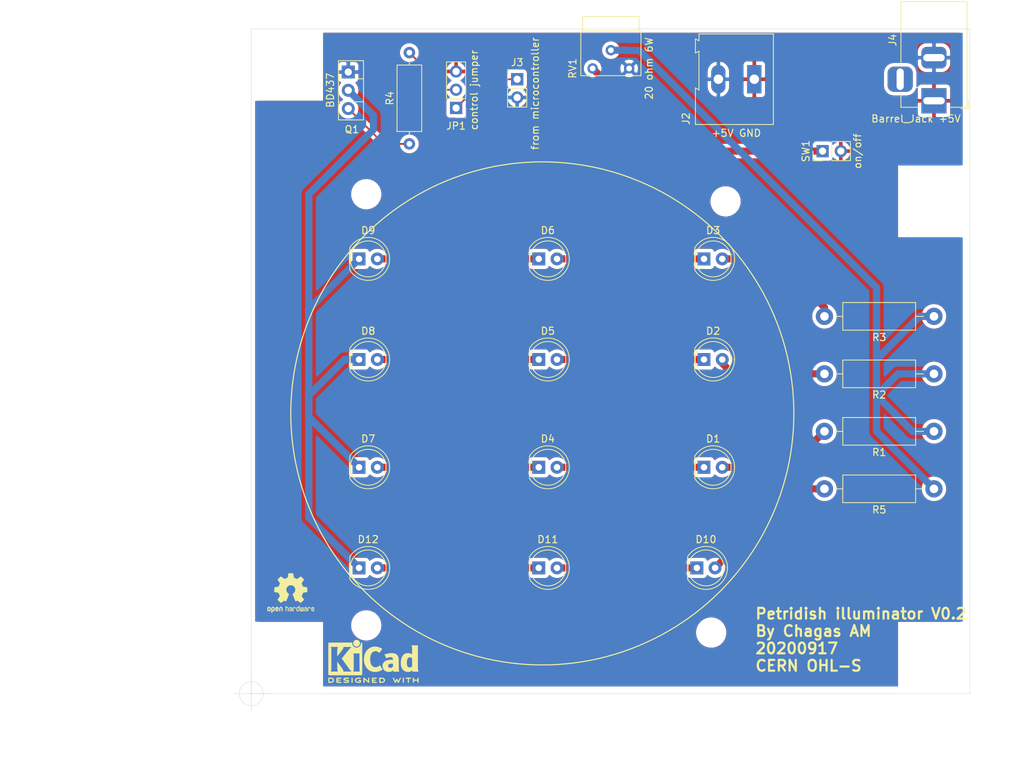
<source format=kicad_pcb>
(kicad_pcb (version 20171130) (host pcbnew 5.1.6-c6e7f7d~87~ubuntu20.04.1)
  (layers (0 F.Cu signal) (31 B.Cu signal) (34 B.Paste user) (35 F.Paste user) (36 B.SilkS user) (37 F.SilkS user) (38 B.Mask user) (39 F.Mask user) (44 Edge.Cuts user))
  (net 0 "")
  (net 1 "Net-(D1-Pad1)")
  (net 2 "Net-(D1-Pad2)")
  (net 3 "Net-(D2-Pad1)")
  (net 4 "Net-(D2-Pad2)")
  (net 5 "Net-(D3-Pad1)")
  (net 6 "Net-(D3-Pad2)")
  (net 7 "Net-(D4-Pad1)")
  (net 8 "Net-(D5-Pad1)")
  (net 9 "Net-(D6-Pad1)")
  (net 10 GND)
  (net 11 +5V)
  (net 12 "Net-(J3-Pad1)")
  (net 13 control_signal)
  (net 14 "Net-(Q1-Pad3)")
  (net 15 "Net-(R1-Pad1)")
  (net 16 "Net-(RV1-Pad1)")
  (net 17 "Net-(D12-Pad1)")
  (net 18 "Net-(D10-Pad1)")
  (net 19 "Net-(D10-Pad2)")
  (net 20 "Net-(D11-Pad1)")
  (module Symbol:KiCad-Logo2_5mm_SilkScreen (layer F.Cu) (at 112 148)
    (fp_text reference REF** hide)
    (fp_text value KiCad-Logo2_5mm_SilkScreen hide)
  )
  (module Symbol:OSHW-Logo2_7.3x6mm_SilkScreen (layer F.Cu) (at 100.5 138.5)
    (fp_text reference REF** hide)
    (fp_text value OSHW-Logo2_7.3x6mm_SilkScreen hide)
  )
  (module MountingHole:MountingHole_3.2mm_M3_DIN965 (layer F.Cu) (at 159 144)
    (fp_text reference REF**)
    (fp_text value MountingHole_3.2mm_M3_DIN965)
    (pad 1 np_thru_hole circle (at 0 0) (size 3.2 3.2) (drill 3.2) (layers *.Cu *.Mask))
  )
  (module MountingHole:MountingHole_3.2mm_M3_DIN965 (layer F.Cu) (at 111 143)
    (fp_text reference REF**)
    (fp_text value MountingHole_3.2mm_M3_DIN965)
    (pad 1 np_thru_hole circle (at 0 0) (size 3.2 3.2) (drill 3.2) (layers *.Cu *.Mask))
  )
  (module MountingHole:MountingHole_3.2mm_M3_DIN965 (layer F.Cu) (at 111 83)
    (fp_text reference REF**)
    (fp_text value MountingHole_3.2mm_M3_DIN965)
    (pad 1 np_thru_hole circle (at 0 0) (size 3.2 3.2) (drill 3.2) (layers *.Cu *.Mask))
  )
  (module MountingHole:MountingHole_3.2mm_M3_DIN965 (layer F.Cu) (at 161 84)
    (fp_text reference REF**)
    (fp_text value MountingHole_3.2mm_M3_DIN965)
    (pad 1 np_thru_hole circle (at 0 0) (size 3.2 3.2) (drill 3.2) (layers *.Cu *.Mask))
  )
  (module MountingHole:MountingHole_3.2mm_M3_DIN965 (layer F.Cu) (at 190 147.5)
    (fp_text reference REF**)
    (fp_text value MountingHole_3.2mm_M3_DIN965)
    (pad 1 np_thru_hole circle (at 0 0) (size 3.2 3.2) (drill 3.2) (layers *.Cu *.Mask))
  )
  (module MountingHole:MountingHole_3.2mm_M3_DIN965 (layer F.Cu) (at 100 65)
    (fp_text reference REF**)
    (fp_text value MountingHole_3.2mm_M3_DIN965)
    (pad 1 np_thru_hole circle (at 0 0) (size 3.2 3.2) (drill 3.2) (layers *.Cu *.Mask))
  )
  (module MountingHole:MountingHole_3.2mm_M3_DIN965 (layer F.Cu) (at 190 84)
    (fp_text reference REF**)
    (fp_text value MountingHole_3.2mm_M3_DIN965)
    (pad 1 np_thru_hole circle (at 0 0) (size 3.2 3.2) (drill 3.2) (layers *.Cu *.Mask))
  )
  (module MountingHole:MountingHole_3.2mm_M3_DIN965 (layer F.Cu) (at 100 147.5)
    (fp_text reference REF**)
    (fp_text value MountingHole_3.2mm_M3_DIN965)
    (pad 1 np_thru_hole circle (at 0 0) (size 3.2 3.2) (drill 3.2) (layers *.Cu *.Mask))
  )
  (module LED_THT:LED_D5.0mm (layer F.Cu) (at 158 121)
    (fp_text reference D1 (at 1.27 -3.96) (layer F.SilkS))
    (fp_text value LED)
    (pad 1 thru_hole rect (at 0 0) (size 1.8 1.8) (drill 0.9) (layers *.Cu *.Mask) (net 1 "Net-(D1-Pad1)"))
    (pad 2 thru_hole circle (at 2.54 0) (size 1.8 1.8) (drill 0.9) (layers *.Cu *.Mask) (net 2 "Net-(D1-Pad2)"))
  )
  (module LED_THT:LED_D5.0mm (layer F.Cu) (at 158 106)
    (fp_text reference D2 (at 1.27 -3.96) (layer F.SilkS))
    (fp_text value LED)
    (pad 1 thru_hole rect (at 0 0) (size 1.8 1.8) (drill 0.9) (layers *.Cu *.Mask) (net 3 "Net-(D2-Pad1)"))
    (pad 2 thru_hole circle (at 2.54 0) (size 1.8 1.8) (drill 0.9) (layers *.Cu *.Mask) (net 4 "Net-(D2-Pad2)"))
  )
  (module LED_THT:LED_D5.0mm (layer F.Cu) (at 158 92)
    (fp_text reference D3 (at 1.27 -3.96) (layer F.SilkS))
    (fp_text value LED)
    (pad 1 thru_hole rect (at 0 0) (size 1.8 1.8) (drill 0.9) (layers *.Cu *.Mask) (net 5 "Net-(D3-Pad1)"))
    (pad 2 thru_hole circle (at 2.54 0) (size 1.8 1.8) (drill 0.9) (layers *.Cu *.Mask) (net 6 "Net-(D3-Pad2)"))
  )
  (module LED_THT:LED_D5.0mm (layer F.Cu) (at 135 121)
    (fp_text reference D4 (at 1.27 -3.96) (layer F.SilkS))
    (fp_text value LED)
    (pad 2 thru_hole circle (at 2.54 0) (size 1.8 1.8) (drill 0.9) (layers *.Cu *.Mask) (net 1 "Net-(D1-Pad1)"))
    (pad 1 thru_hole rect (at 0 0) (size 1.8 1.8) (drill 0.9) (layers *.Cu *.Mask) (net 7 "Net-(D4-Pad1)"))
  )
  (module LED_THT:LED_D5.0mm (layer F.Cu) (at 135 106)
    (fp_text reference D5 (at 1.27 -3.96) (layer F.SilkS))
    (fp_text value LED)
    (pad 2 thru_hole circle (at 2.54 0) (size 1.8 1.8) (drill 0.9) (layers *.Cu *.Mask) (net 3 "Net-(D2-Pad1)"))
    (pad 1 thru_hole rect (at 0 0) (size 1.8 1.8) (drill 0.9) (layers *.Cu *.Mask) (net 8 "Net-(D5-Pad1)"))
  )
  (module LED_THT:LED_D5.0mm (layer F.Cu) (at 135 92)
    (fp_text reference D6 (at 1.27 -3.96) (layer F.SilkS))
    (fp_text value LED)
    (pad 2 thru_hole circle (at 2.54 0) (size 1.8 1.8) (drill 0.9) (layers *.Cu *.Mask) (net 5 "Net-(D3-Pad1)"))
    (pad 1 thru_hole rect (at 0 0) (size 1.8 1.8) (drill 0.9) (layers *.Cu *.Mask) (net 9 "Net-(D6-Pad1)"))
  )
  (module LED_THT:LED_D5.0mm (layer F.Cu) (at 110 121)
    (fp_text reference D7 (at 1.27 -3.96) (layer F.SilkS))
    (fp_text value LED)
    (pad 2 thru_hole circle (at 2.54 0) (size 1.8 1.8) (drill 0.9) (layers *.Cu *.Mask) (net 7 "Net-(D4-Pad1)"))
    (pad 1 thru_hole rect (at 0 0) (size 1.8 1.8) (drill 0.9) (layers *.Cu *.Mask) (net 17 "Net-(D12-Pad1)"))
  )
  (module LED_THT:LED_D5.0mm (layer F.Cu) (at 110 106)
    (fp_text reference D8 (at 1.27 -3.96) (layer F.SilkS))
    (fp_text value LED)
    (pad 1 thru_hole rect (at 0 0) (size 1.8 1.8) (drill 0.9) (layers *.Cu *.Mask) (net 17 "Net-(D12-Pad1)"))
    (pad 2 thru_hole circle (at 2.54 0) (size 1.8 1.8) (drill 0.9) (layers *.Cu *.Mask) (net 8 "Net-(D5-Pad1)"))
  )
  (module LED_THT:LED_D5.0mm (layer F.Cu) (at 110 92)
    (fp_text reference D9 (at 1.27 -3.96) (layer F.SilkS))
    (fp_text value LED)
    (pad 1 thru_hole rect (at 0 0) (size 1.8 1.8) (drill 0.9) (layers *.Cu *.Mask) (net 17 "Net-(D12-Pad1)"))
    (pad 2 thru_hole circle (at 2.54 0) (size 1.8 1.8) (drill 0.9) (layers *.Cu *.Mask) (net 9 "Net-(D6-Pad1)"))
  )
  (module TerminalBlock:TerminalBlock_Altech_AK300-2_P5.00mm (layer F.Cu) (at 165 67 180)
    (fp_text reference J2 (at 9.5 -5.5 90) (layer F.SilkS))
    (fp_text value "+5V GND" (at 2.5 -7.5 180) (layer F.SilkS))
    (pad 1 thru_hole rect (at 0 0 180) (size 1.98 3.96) (drill 1.32) (layers *.Cu *.Mask) (net 11 +5V))
    (pad 2 thru_hole oval (at 5 0 180) (size 1.98 3.96) (drill 1.32) (layers *.Cu *.Mask) (net 10 GND))
  )
  (module Connector_PinHeader_2.54mm:PinHeader_1x02_P2.54mm_Vertical (layer F.Cu) (at 132 67)
    (fp_text reference J3 (at 0 -2.33) (layer F.SilkS))
    (fp_text value "from microcontroller" (at 2.5 2 90) (layer F.SilkS))
    (pad 1 thru_hole rect (at 0 0) (size 1.7 1.7) (drill 1) (layers *.Cu *.Mask) (net 12 "Net-(J3-Pad1)"))
    (pad 2 thru_hole oval (at 0 2.54) (size 1.7 1.7) (drill 1) (layers *.Cu *.Mask) (net 10 GND))
  )
  (module Connector_BarrelJack:BarrelJack_Horizontal (layer F.Cu) (at 190 70 270)
    (fp_text reference J4 (at -8.45 5.75 90) (layer F.SilkS))
    (fp_text value "Barrel_Jack +5V" (at 2.5 2.5 180) (layer F.SilkS))
    (pad 1 thru_hole rect (at 0 0 270) (size 3.5 3.5) (drill oval 1 3) (layers *.Cu *.Mask) (net 11 +5V))
    (pad 2 thru_hole roundrect (at -6 0 270) (size 3 3.5) (drill oval 1 3) (layers *.Cu *.Mask) (net 10 GND))
    (pad 3 thru_hole roundrect (at -3 4.7 270) (size 3.5 3.5) (drill oval 3 1) (layers *.Cu *.Mask))
  )
  (module Connector_PinHeader_2.54mm:PinHeader_1x03_P2.54mm_Vertical (layer F.Cu) (at 123.5 71 180)
    (fp_text reference JP1 (at 0 -2.5) (layer F.SilkS))
    (fp_text value "control jumper" (at -2.5 2.5 90) (layer F.SilkS))
    (pad 1 thru_hole rect (at 0 0 180) (size 1.7 1.7) (drill 1) (layers *.Cu *.Mask) (net 12 "Net-(J3-Pad1)"))
    (pad 2 thru_hole oval (at 0 2.54 180) (size 1.7 1.7) (drill 1) (layers *.Cu *.Mask) (net 13 control_signal))
    (pad 3 thru_hole oval (at 0 5.08 180) (size 1.7 1.7) (drill 1) (layers *.Cu *.Mask) (net 11 +5V))
  )
  (module Package_TO_SOT_THT:TO-126-3_Vertical (layer F.Cu) (at 108.5 66 270)
    (fp_text reference Q1 (at 8 -0.5 180) (layer F.SilkS))
    (fp_text value BD437 (at 2.54 2.5 90) (layer F.SilkS))
    (pad 1 thru_hole rect (at 0 0 270) (size 1.8 1.8) (drill 1) (layers *.Cu *.Mask) (net 10 GND))
    (pad 2 thru_hole oval (at 2.54 0 270) (size 1.8 1.8) (drill 1) (layers *.Cu *.Mask) (net 17 "Net-(D12-Pad1)"))
    (pad 3 thru_hole oval (at 5.08 0 270) (size 1.8 1.8) (drill 1) (layers *.Cu *.Mask) (net 14 "Net-(Q1-Pad3)"))
  )
  (module Connector_PinHeader_2.54mm:PinHeader_1x02_P2.54mm_Vertical (layer F.Cu) (at 174.5 77 90)
    (fp_text reference SW1 (at 0 -2.33 90) (layer F.SilkS))
    (fp_text value on/off (at 0 4.87 90) (layer F.SilkS))
    (pad 2 thru_hole oval (at 0 2.54 90) (size 1.7 1.7) (drill 1) (layers *.Cu *.Mask) (net 11 +5V))
    (pad 1 thru_hole rect (at 0 0 90) (size 1.7 1.7) (drill 1) (layers *.Cu *.Mask) (net 16 "Net-(RV1-Pad1)"))
  )
  (module Potentiometer_THT:Potentiometer_Bourns_3339W_Horizontal (layer F.Cu) (at 142.5 65.5 90)
    (fp_text reference RV1 (at 0 -2.775 90) (layer F.SilkS))
    (fp_text value "20 ohm 6W" (at 0 7.855 90) (layer F.SilkS))
    (pad 3 thru_hole circle (at 0 5.08 90) (size 1.44 1.44) (drill 0.8) (layers *.Cu *.Mask) (net 10 GND))
    (pad 2 thru_hole circle (at 2.54 2.54 90) (size 1.44 1.44) (drill 0.8) (layers *.Cu *.Mask) (net 15 "Net-(R1-Pad1)"))
    (pad 1 thru_hole circle (at 0 0 90) (size 1.44 1.44) (drill 0.8) (layers *.Cu *.Mask) (net 16 "Net-(RV1-Pad1)"))
  )
  (module LED_THT:LED_D5.0mm (layer F.Cu) (at 157 135)
    (fp_text reference D10 (at 1.27 -3.96) (layer F.SilkS))
    (fp_text value LED)
    (pad 1 thru_hole rect (at 0 0) (size 1.8 1.8) (drill 0.9) (layers *.Cu *.Mask) (net 18 "Net-(D10-Pad1)"))
    (pad 2 thru_hole circle (at 2.54 0) (size 1.8 1.8) (drill 0.9) (layers *.Cu *.Mask) (net 19 "Net-(D10-Pad2)"))
  )
  (module LED_THT:LED_D5.0mm (layer F.Cu) (at 135 135)
    (fp_text reference D11 (at 1.27 -3.96) (layer F.SilkS))
    (fp_text value LED)
    (pad 2 thru_hole circle (at 2.54 0) (size 1.8 1.8) (drill 0.9) (layers *.Cu *.Mask) (net 18 "Net-(D10-Pad1)"))
    (pad 1 thru_hole rect (at 0 0) (size 1.8 1.8) (drill 0.9) (layers *.Cu *.Mask) (net 20 "Net-(D11-Pad1)"))
  )
  (module LED_THT:LED_D5.0mm (layer F.Cu) (at 110 135)
    (fp_text reference D12 (at 1.27 -3.96) (layer F.SilkS))
    (fp_text value LED)
    (pad 1 thru_hole rect (at 0 0) (size 1.8 1.8) (drill 0.9) (layers *.Cu *.Mask) (net 17 "Net-(D12-Pad1)"))
    (pad 2 thru_hole circle (at 2.54 0) (size 1.8 1.8) (drill 0.9) (layers *.Cu *.Mask) (net 20 "Net-(D11-Pad1)"))
  )
  (module Resistor_THT:R_Axial_DIN0411_L9.9mm_D3.6mm_P15.24mm_Horizontal (layer F.Cu) (at 190 116 180)
    (fp_text reference R1 (at 7.62 -2.92) (layer F.SilkS))
    (fp_text value "14 ohm 2W")
    (pad 2 thru_hole oval (at 15.24 0 180) (size 2.4 2.4) (drill 1.2) (layers *.Cu *.Mask) (net 2 "Net-(D1-Pad2)"))
    (pad 1 thru_hole circle (at 0 0 180) (size 2.4 2.4) (drill 1.2) (layers *.Cu *.Mask) (net 15 "Net-(R1-Pad1)"))
  )
  (module Resistor_THT:R_Axial_DIN0411_L9.9mm_D3.6mm_P15.24mm_Horizontal (layer F.Cu) (at 190 108 180)
    (fp_text reference R2 (at 7.62 -2.92) (layer F.SilkS))
    (fp_text value "14 ohm 2W")
    (pad 1 thru_hole circle (at 0 0 180) (size 2.4 2.4) (drill 1.2) (layers *.Cu *.Mask) (net 15 "Net-(R1-Pad1)"))
    (pad 2 thru_hole oval (at 15.24 0 180) (size 2.4 2.4) (drill 1.2) (layers *.Cu *.Mask) (net 4 "Net-(D2-Pad2)"))
  )
  (module Resistor_THT:R_Axial_DIN0411_L9.9mm_D3.6mm_P15.24mm_Horizontal (layer F.Cu) (at 190 100 180)
    (fp_text reference R3 (at 7.62 -2.92) (layer F.SilkS))
    (fp_text value "14 ohm 2W")
    (pad 1 thru_hole circle (at 0 0 180) (size 2.4 2.4) (drill 1.2) (layers *.Cu *.Mask) (net 15 "Net-(R1-Pad1)"))
    (pad 2 thru_hole oval (at 15.24 0 180) (size 2.4 2.4) (drill 1.2) (layers *.Cu *.Mask) (net 6 "Net-(D3-Pad2)"))
  )
  (module Resistor_THT:R_Axial_DIN0309_L9.0mm_D3.2mm_P12.70mm_Horizontal (layer F.Cu) (at 117 76 90)
    (fp_text reference R4 (at 6.35 -2.72 90) (layer F.SilkS))
    (fp_text value 270)
    (pad 1 thru_hole circle (at 0 0 90) (size 1.6 1.6) (drill 0.8) (layers *.Cu *.Mask) (net 14 "Net-(Q1-Pad3)"))
    (pad 2 thru_hole oval (at 12.7 0 90) (size 1.6 1.6) (drill 0.8) (layers *.Cu *.Mask) (net 13 control_signal))
  )
  (module Resistor_THT:R_Axial_DIN0411_L9.9mm_D3.6mm_P15.24mm_Horizontal (layer F.Cu) (at 190 124 180)
    (fp_text reference R5 (at 7.62 -2.92) (layer F.SilkS))
    (fp_text value "14 ohm 2W")
    (pad 2 thru_hole oval (at 15.24 0 180) (size 2.4 2.4) (drill 1.2) (layers *.Cu *.Mask) (net 19 "Net-(D10-Pad2)"))
    (pad 1 thru_hole circle (at 0 0 180) (size 2.4 2.4) (drill 1.2) (layers *.Cu *.Mask) (net 15 "Net-(R1-Pad1)"))
  )
  (target plus (at 95 152.5) (size 5) (width 0.05) (layer Edge.Cuts))
  (gr_text "Petridish illuminator V0.2\nBy Chagas AM\n20200917\nCERN OHL-S" (at 165 145) (layer F.SilkS) (effects (font (size 1.5 1.5) (thickness 0.3)) (justify left)))
  (gr_line (start 195 152.5) (end 195 60) (layer Edge.Cuts) (width 0.05))
  (gr_line (start 95 152.5) (end 195 152.5) (layer Edge.Cuts) (width 0.05))
  (gr_line (start 95 60) (end 95 152.5) (layer Edge.Cuts) (width 0.05))
  (gr_line (start 195 60) (end 95 60) (layer Edge.Cuts) (width 0.05))
  (gr_circle (center 135.5 113.5) (end 170.503571 113.5) (layer F.SilkS) (width 0.15))
  (segment (start 137.54 121) (end 158 121) (width 1) (layer F.Cu) (net 1))
  (segment (start 169.76 121) (end 174.76 116) (width 1) (layer F.Cu) (net 2))
  (segment (start 160.54 121) (end 169.76 121) (width 1) (layer F.Cu) (net 2))
  (segment (start 158 106) (end 137.54 106) (width 1) (layer F.Cu) (net 3))
  (segment (start 174.76 108) (end 162 108) (width 1) (layer F.Cu) (net 4))
  (segment (start 160.54 106.54) (end 160.54 106) (width 1) (layer F.Cu) (net 4))
  (segment (start 162 108) (end 160.54 106.54) (width 1) (layer F.Cu) (net 4))
  (segment (start 137.54 92) (end 158 92) (width 1) (layer F.Cu) (net 5))
  (segment (start 160.54 92) (end 168 92) (width 1) (layer F.Cu) (net 6))
  (segment (start 174.76 98.76) (end 174.76 100) (width 1) (layer F.Cu) (net 6))
  (segment (start 168 92) (end 174.76 98.76) (width 1) (layer F.Cu) (net 6))
  (segment (start 135 121) (end 112.54 121) (width 1) (layer F.Cu) (net 7))
  (segment (start 135 106) (end 112.54 106) (width 1) (layer F.Cu) (net 8))
  (segment (start 112.54 92) (end 135 92) (width 1) (layer F.Cu) (net 9))
  (segment (start 127.5 67) (end 123.5 71) (width 0.25) (layer F.Cu) (net 12))
  (segment (start 132 67) (end 127.5 67) (width 0.25) (layer F.Cu) (net 12))
  (segment (start 122.16 68.46) (end 117 63.3) (width 0.25) (layer F.Cu) (net 13))
  (segment (start 123.5 68.46) (end 122.16 68.46) (width 0.25) (layer F.Cu) (net 13))
  (segment (start 113.42 76) (end 108.5 71.08) (width 0.25) (layer F.Cu) (net 14))
  (segment (start 117 76) (end 113.42 76) (width 0.25) (layer F.Cu) (net 14))
  (segment (start 187 116) (end 190 116) (width 1) (layer B.Cu) (net 15))
  (segment (start 182 111) (end 187 116) (width 1) (layer B.Cu) (net 15))
  (segment (start 149 63) (end 182 96) (width 1) (layer B.Cu) (net 15))
  (segment (start 147.181602 63) (end 149 63) (width 1) (layer B.Cu) (net 15))
  (segment (start 147.141602 62.96) (end 147.181602 63) (width 1) (layer B.Cu) (net 15))
  (segment (start 145.04 62.96) (end 147.141602 62.96) (width 1) (layer B.Cu) (net 15))
  (segment (start 182 111) (end 185 108) (width 1) (layer B.Cu) (net 15))
  (segment (start 185 108) (end 190 108) (width 1) (layer B.Cu) (net 15))
  (segment (start 182 96) (end 182 106) (width 1) (layer B.Cu) (net 15))
  (segment (start 182 106) (end 188 100) (width 1) (layer B.Cu) (net 15))
  (segment (start 182 106) (end 182 111) (width 1) (layer B.Cu) (net 15))
  (segment (start 188 100) (end 190 100) (width 1) (layer B.Cu) (net 15))
  (segment (start 182 116) (end 190 124) (width 1) (layer B.Cu) (net 15))
  (segment (start 182 111) (end 182 116) (width 1) (layer B.Cu) (net 15))
  (segment (start 154 77) (end 142.5 65.5) (width 1) (layer F.Cu) (net 16))
  (segment (start 174.5 77) (end 154 77) (width 1) (layer F.Cu) (net 16))
  (segment (start 108.5 68.54) (end 112 72.04) (width 1) (layer B.Cu) (net 17))
  (segment (start 112 72.04) (end 112 74) (width 1) (layer B.Cu) (net 17))
  (segment (start 112 74) (end 103 83) (width 1) (layer B.Cu) (net 17))
  (segment (start 103 128) (end 110 135) (width 1) (layer B.Cu) (net 17))
  (segment (start 103 114) (end 110 121) (width 1) (layer B.Cu) (net 17))
  (segment (start 103 111) (end 103 114) (width 1) (layer B.Cu) (net 17))
  (segment (start 103 111) (end 103 128) (width 1) (layer B.Cu) (net 17))
  (segment (start 108 106) (end 110 106) (width 1) (layer B.Cu) (net 17))
  (segment (start 103 111) (end 108 106) (width 1) (layer B.Cu) (net 17))
  (segment (start 103 99) (end 110 92) (width 1) (layer B.Cu) (net 17))
  (segment (start 103 100) (end 103 99) (width 1) (layer B.Cu) (net 17))
  (segment (start 103 83) (end 103 100) (width 1) (layer B.Cu) (net 17))
  (segment (start 103 100) (end 103 111) (width 1) (layer B.Cu) (net 17))
  (segment (start 157 135) (end 137.54 135) (width 1) (layer F.Cu) (net 18))
  (segment (start 170.54 124) (end 159.54 135) (width 1) (layer F.Cu) (net 19))
  (segment (start 174.76 124) (end 170.54 124) (width 1) (layer F.Cu) (net 19))
  (segment (start 135 135) (end 112.54 135) (width 1) (layer F.Cu) (net 20))
  (zone (net 11) (net_name +5V) (layer F.Cu) (connect_pads (clearance 0.508)) (min_thickness 0.254) (fill yes (arc_segments 32) (thermal_gap 0.508) (thermal_bridge_width 0.508))
    (polygon (pts (xy 193.75 151.5) (xy 96.125 151.5) (xy 95.875 60.5) (xy 193.5 60.5)))
  )
  (zone (net 10) (net_name GND) (layer B.Cu) (connect_pads (clearance 0.508)) (min_thickness 0.254) (fill yes (arc_segments 32) (thermal_gap 0.508) (thermal_bridge_width 0.508))
    (polygon (pts (xy 194 151.5) (xy 95.5 151.5) (xy 95.5 60.5) (xy 194 60.5)))
  )
  (zone (net 0) (net_name "") (layers F&B.Cu) (connect_pads (clearance 0.508)) (min_thickness 0.254)
    (keepout (tracks not_allowed) (vias not_allowed) (copperpour not_allowed))
    (fill (arc_segments 32) (thermal_gap 0.508) (thermal_bridge_width 0.508))
    (polygon (pts (xy 105 152.5) (xy 95 152.5) (xy 95 142.5) (xy 105 142.5)))
  )
  (zone (net 0) (net_name "") (layers F&B.Cu) (connect_pads (clearance 0.508)) (min_thickness 0.254)
    (keepout (tracks not_allowed) (vias not_allowed) (copperpour not_allowed))
    (fill (arc_segments 32) (thermal_gap 0.508) (thermal_bridge_width 0.508))
    (polygon (pts (xy 195 89) (xy 185 89) (xy 185 79) (xy 195 79)))
  )
  (zone (net 0) (net_name "") (layers F&B.Cu) (connect_pads (clearance 0.508)) (min_thickness 0.254)
    (keepout (tracks not_allowed) (vias not_allowed) (copperpour not_allowed))
    (fill (arc_segments 32) (thermal_gap 0.508) (thermal_bridge_width 0.508))
    (polygon (pts (xy 105 70) (xy 95 70) (xy 95 60) (xy 105 60)))
  )
  (zone (net 0) (net_name "") (layers F&B.Cu) (connect_pads (clearance 0.508)) (min_thickness 0.254)
    (keepout (tracks not_allowed) (vias not_allowed) (copperpour not_allowed))
    (fill (arc_segments 32) (thermal_gap 0.508) (thermal_bridge_width 0.508))
    (polygon (pts (xy 195 152.5) (xy 185 152.5) (xy 185 142.5) (xy 195 142.5)))
  )
)
</source>
